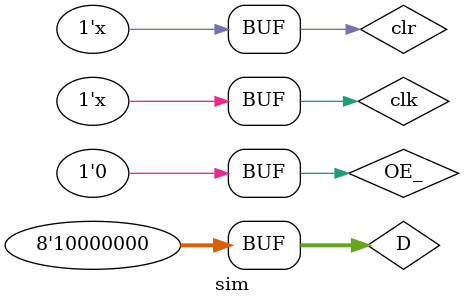
<source format=v>
`timescale 1ns / 1ps

module sim;
  reg  [8:1] D;
  wire [8:1] Q;
  reg clk, OE_, clr;
  REG uut (
      D,
      OE_,
      clk,
      clr,
      Q
  );
  initial begin
    clk = 0;
    clr = 0;
    OE_ = 1;
    D   = 8'b00000000;
    #10 OE_ = 0;
    repeat (128) begin
      #17 D = D + 2'b1;
    end
  end
  always #150 clr = ~clr;
  always #50 clk = ~clk;
endmodule

</source>
